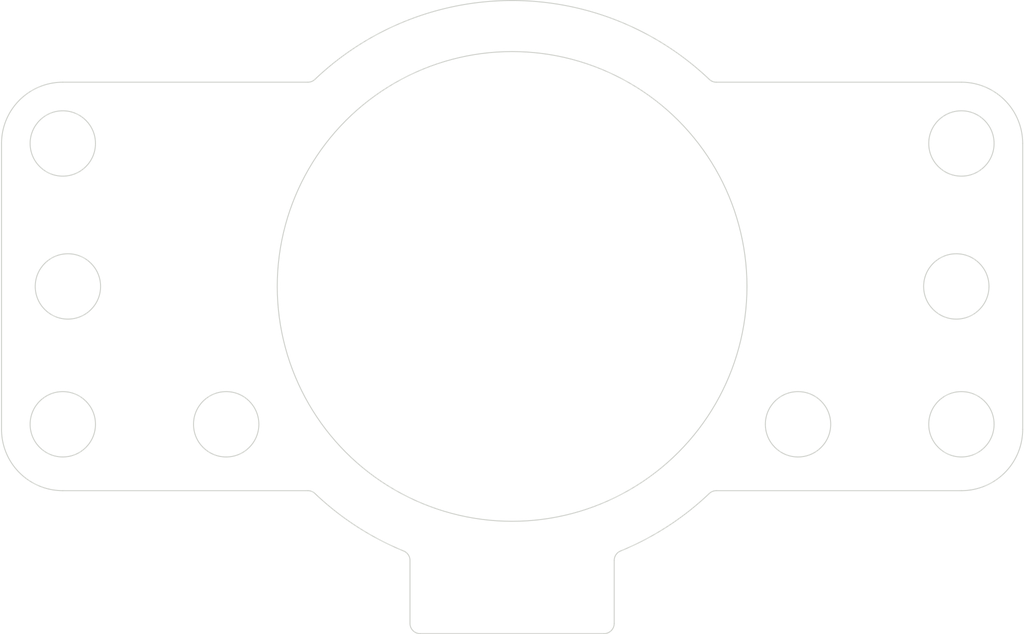
<source format=kicad_pcb>
(kicad_pcb (version 20171130) (host pcbnew 5.1.9+dfsg1-1)

  (general
    (thickness 1.6)
    (drawings 53)
    (tracks 0)
    (zones 0)
    (modules 0)
    (nets 1)
  )

  (page A4)
  (layers
    (0 F.Cu signal)
    (31 B.Cu signal)
    (32 B.Adhes user)
    (33 F.Adhes user)
    (34 B.Paste user)
    (35 F.Paste user)
    (36 B.SilkS user)
    (37 F.SilkS user)
    (38 B.Mask user)
    (39 F.Mask user)
    (40 Dwgs.User user)
    (41 Cmts.User user)
    (42 Eco1.User user)
    (43 Eco2.User user)
    (44 Edge.Cuts user)
    (45 Margin user)
    (46 B.CrtYd user)
    (47 F.CrtYd user)
    (48 B.Fab user)
    (49 F.Fab user)
  )

  (setup
    (last_trace_width 0.25)
    (trace_clearance 0.2)
    (zone_clearance 0.508)
    (zone_45_only no)
    (trace_min 0.2)
    (via_size 0.8)
    (via_drill 0.4)
    (via_min_size 0.4)
    (via_min_drill 0.3)
    (uvia_size 0.3)
    (uvia_drill 0.1)
    (uvias_allowed no)
    (uvia_min_size 0.2)
    (uvia_min_drill 0.1)
    (edge_width 0.05)
    (segment_width 0.2)
    (pcb_text_width 0.3)
    (pcb_text_size 1.5 1.5)
    (mod_edge_width 0.12)
    (mod_text_size 1 1)
    (mod_text_width 0.15)
    (pad_size 1.524 1.524)
    (pad_drill 0.762)
    (pad_to_mask_clearance 0)
    (aux_axis_origin 0 0)
    (visible_elements FFFFFF7F)
    (pcbplotparams
      (layerselection 0x010fc_ffffffff)
      (usegerberextensions true)
      (usegerberattributes false)
      (usegerberadvancedattributes false)
      (creategerberjobfile false)
      (excludeedgelayer true)
      (linewidth 0.100000)
      (plotframeref false)
      (viasonmask false)
      (mode 1)
      (useauxorigin false)
      (hpglpennumber 1)
      (hpglpenspeed 20)
      (hpglpendiameter 15.000000)
      (psnegative false)
      (psa4output false)
      (plotreference true)
      (plotvalue false)
      (plotinvisibletext false)
      (padsonsilk false)
      (subtractmaskfromsilk true)
      (outputformat 1)
      (mirror false)
      (drillshape 0)
      (scaleselection 1)
      (outputdirectory "btm-geber/"))
  )

  (net 0 "")

  (net_class Default "This is the default net class."
    (clearance 0.2)
    (trace_width 0.25)
    (via_dia 0.8)
    (via_drill 0.4)
    (uvia_dia 0.3)
    (uvia_drill 0.1)
  )

  (gr_circle (center 147 93) (end 148.6 93) (layer Edge.Cuts) (width 0.05))
  (gr_circle (center 146.75 100) (end 148.35 100) (layer Edge.Cuts) (width 0.05))
  (gr_circle (center 147 106.75) (end 148.6 106.75) (layer Edge.Cuts) (width 0.05))
  (gr_circle (center 139 106.75) (end 140.6 106.75) (layer Edge.Cuts) (width 0.05))
  (gr_circle (center 111 106.75) (end 112.6 106.75) (layer Edge.Cuts) (width 0.05))
  (gr_circle (center 103 106.75) (end 104.6 106.75) (layer Edge.Cuts) (width 0.05))
  (gr_circle (center 103.25 100) (end 104.85 100) (layer Edge.Cuts) (width 0.05))
  (gr_circle (center 103 93) (end 104.6 93) (layer Edge.Cuts) (width 0.05))
  (gr_line (start 111 106.75) (end 111 110) (layer Dwgs.User) (width 0.15))
  (gr_line (start 100 106.75) (end 111 106.75) (layer Dwgs.User) (width 0.15))
  (gr_line (start 139 106.75) (end 139 110) (layer Dwgs.User) (width 0.15))
  (gr_line (start 150 106.75) (end 139 106.75) (layer Dwgs.User) (width 0.15))
  (gr_line (start 147 110) (end 147 90) (layer Dwgs.User) (width 0.15))
  (gr_line (start 150 110) (end 147 110) (layer Dwgs.User) (width 0.15))
  (gr_line (start 103 90) (end 103 110) (layer Dwgs.User) (width 0.15))
  (gr_line (start 100 90) (end 103 90) (layer Dwgs.User) (width 0.15))
  (gr_line (start 100 93) (end 150 93) (layer Dwgs.User) (width 0.15))
  (gr_line (start 100 90) (end 100 93) (layer Dwgs.User) (width 0.15))
  (gr_line (start 150 106.75) (end 100 106.75) (layer Dwgs.User) (width 0.15))
  (gr_line (start 150 109.75) (end 150 106.75) (layer Dwgs.User) (width 0.15))
  (gr_circle (center 125 100) (end 136.5 100) (layer Edge.Cuts) (width 0.05))
  (gr_arc (start 103 107) (end 100 107) (angle -90.00000013) (layer Edge.Cuts) (width 0.05))
  (gr_line (start 120.5 117) (end 129.5 117) (layer Edge.Cuts) (width 0.05))
  (gr_arc (start 125 100) (end 130.310344 112.953773) (angle -21.31184863) (layer Edge.Cuts) (width 0.05))
  (gr_arc (start 129.5 116.5) (end 129.5 117) (angle -90) (layer Edge.Cuts) (width 0.05))
  (gr_arc (start 125 100) (end 134.655172 89.862069) (angle -87.20563797) (layer Edge.Cuts) (width 0.05))
  (gr_line (start 150 107) (end 150 93) (layer Edge.Cuts) (width 0.05))
  (gr_arc (start 135 110.5) (end 135 110) (angle -43.60281898) (layer Edge.Cuts) (width 0.05))
  (gr_line (start 115 90) (end 103 90) (layer Edge.Cuts) (width 0.05))
  (gr_arc (start 135 89.5) (end 134.655172 89.862069) (angle -43.60281898) (layer Edge.Cuts) (width 0.05))
  (gr_line (start 147 90) (end 135 90) (layer Edge.Cuts) (width 0.05))
  (gr_arc (start 120.5 116.5) (end 120 116.5) (angle -90) (layer Edge.Cuts) (width 0.05))
  (gr_arc (start 147 93) (end 150 93) (angle -89.99999987) (layer Edge.Cuts) (width 0.05))
  (gr_arc (start 125 100) (end 115.344828 110.137931) (angle -21.31184863) (layer Edge.Cuts) (width 0.05))
  (gr_line (start 103 110) (end 115 110) (layer Edge.Cuts) (width 0.05))
  (gr_line (start 130 116.5) (end 130 113.416408) (layer Edge.Cuts) (width 0.05))
  (gr_arc (start 130.5 113.416408) (end 130.310344 112.953773) (angle -67.70902964) (layer Edge.Cuts) (width 0.05))
  (gr_arc (start 119.5 113.416408) (end 120 113.416408) (angle -67.70902964) (layer Edge.Cuts) (width 0.05))
  (gr_arc (start 115 89.5) (end 115 90) (angle -43.60281898) (layer Edge.Cuts) (width 0.05))
  (gr_line (start 135 110) (end 147 110) (layer Edge.Cuts) (width 0.05))
  (gr_arc (start 115 110.5) (end 115.344828 110.137931) (angle -43.60281898) (layer Edge.Cuts) (width 0.05))
  (gr_line (start 100 93) (end 100 107) (layer Edge.Cuts) (width 0.05))
  (gr_line (start 120 113.416408) (end 120 116.5) (layer Edge.Cuts) (width 0.05))
  (gr_arc (start 103 93) (end 103 90) (angle -89.99999987) (layer Edge.Cuts) (width 0.05))
  (gr_arc (start 147 107) (end 147 110) (angle -90.00000013) (layer Edge.Cuts) (width 0.05))
  (gr_line (start 150 110) (end 100 110) (layer Dwgs.User) (width 0.15))
  (gr_line (start 150 100) (end 150 110) (layer Dwgs.User) (width 0.15))
  (gr_line (start 100 90) (end 125 90) (layer Dwgs.User) (width 0.15))
  (gr_line (start 100 100) (end 100 90) (layer Dwgs.User) (width 0.15))
  (gr_line (start 125 100) (end 100 100) (layer Dwgs.User) (width 0.15))
  (gr_line (start 125 100) (end 150 100) (layer Dwgs.User) (width 0.15))
  (gr_line (start 125 102.5) (end 125 97.5) (layer Dwgs.User) (width 0.15))
  (gr_line (start 122.5 100) (end 127.5 100) (layer Dwgs.User) (width 0.15))

)

</source>
